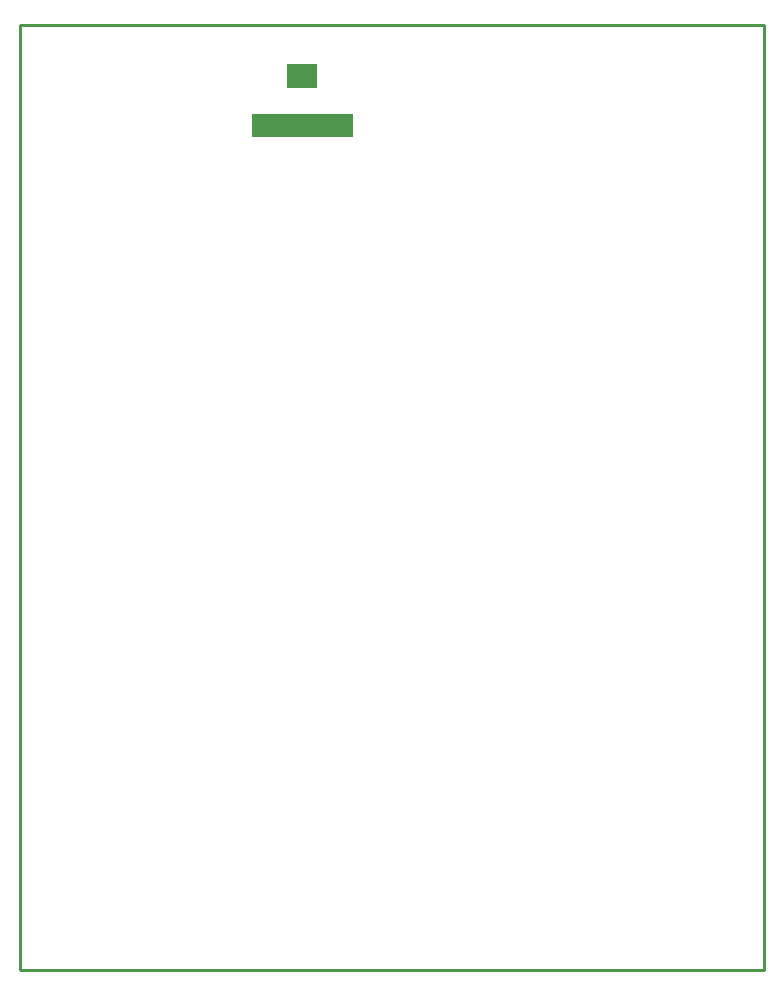
<source format=gko>
G04*
G04 #@! TF.GenerationSoftware,Altium Limited,Altium Designer,19.1.8 (144)*
G04*
G04 Layer_Color=16711935*
%FSLAX43Y43*%
%MOMM*%
G71*
G01*
G75*
%ADD12C,0.254*%
G36*
X134154Y117420D02*
X131654D01*
Y119420D01*
X134154D01*
Y117420D01*
D02*
G37*
G36*
X137204Y113220D02*
X128704D01*
Y115220D01*
X137204D01*
Y113220D01*
D02*
G37*
D12*
X109046Y42746D02*
Y122746D01*
X172000Y42746D02*
Y122746D01*
X109046Y42746D02*
X172000D01*
X109046Y122746D02*
X172000D01*
M02*

</source>
